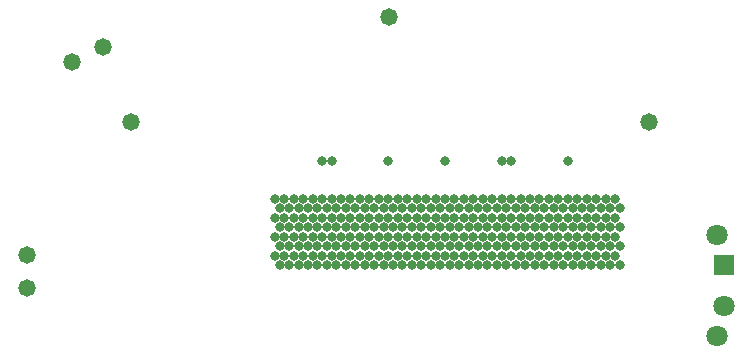
<source format=gbs>
G04*
G04 #@! TF.GenerationSoftware,Altium Limited,Altium Designer,19.1.7 (138)*
G04*
G04 Layer_Color=16711935*
%FSLAX25Y25*%
%MOIN*%
G70*
G01*
G75*
%ADD55R,0.07099X0.07099*%
%ADD56C,0.07099*%
%ADD57C,0.03162*%
%ADD58C,0.05800*%
D55*
X302500Y47244D02*
D03*
D56*
Y33465D02*
D03*
X300020Y57087D02*
D03*
Y23622D02*
D03*
D57*
X267717Y66142D02*
D03*
Y59843D02*
D03*
Y53543D02*
D03*
Y47244D02*
D03*
X266142Y69291D02*
D03*
X264567Y66142D02*
D03*
X266142Y62992D02*
D03*
X264567Y59843D02*
D03*
X266142Y56693D02*
D03*
X264567Y53543D02*
D03*
X266142Y50394D02*
D03*
X264567Y47244D02*
D03*
X262992Y69291D02*
D03*
X261418Y66142D02*
D03*
X262992Y62992D02*
D03*
X261418Y59843D02*
D03*
X262992Y56693D02*
D03*
X261418Y53543D02*
D03*
X262992Y50394D02*
D03*
X261418Y47244D02*
D03*
X259843Y69291D02*
D03*
X258268Y66142D02*
D03*
X259843Y62992D02*
D03*
X258268Y59843D02*
D03*
X259843Y56693D02*
D03*
X258268Y53543D02*
D03*
X259843Y50394D02*
D03*
X258268Y47244D02*
D03*
X256693Y69291D02*
D03*
X255118Y66142D02*
D03*
X256693Y62992D02*
D03*
X255118Y59843D02*
D03*
X256693Y56693D02*
D03*
X255118Y53543D02*
D03*
X256693Y50394D02*
D03*
X255118Y47244D02*
D03*
X253544Y69291D02*
D03*
X251969Y66142D02*
D03*
X253544Y62992D02*
D03*
X251969Y59843D02*
D03*
X253544Y56693D02*
D03*
X251969Y53543D02*
D03*
X253544Y50394D02*
D03*
X251969Y47244D02*
D03*
X250394Y81890D02*
D03*
Y69291D02*
D03*
X248819Y66142D02*
D03*
X250394Y62992D02*
D03*
X248819Y59843D02*
D03*
X250394Y56693D02*
D03*
X248819Y53543D02*
D03*
X250394Y50394D02*
D03*
X248819Y47244D02*
D03*
X247244Y69291D02*
D03*
X245670Y66142D02*
D03*
X247244Y62992D02*
D03*
X245670Y59843D02*
D03*
X247244Y56693D02*
D03*
X245670Y53543D02*
D03*
X247244Y50394D02*
D03*
X245670Y47244D02*
D03*
X244095Y69291D02*
D03*
X242520Y66142D02*
D03*
X244095Y62992D02*
D03*
X242520Y59843D02*
D03*
X244095Y56693D02*
D03*
X242520Y53543D02*
D03*
X244095Y50394D02*
D03*
X242520Y47244D02*
D03*
X240945Y69291D02*
D03*
X239370Y66142D02*
D03*
X240945Y62992D02*
D03*
X239370Y59843D02*
D03*
X240945Y56693D02*
D03*
X239370Y53543D02*
D03*
X240945Y50394D02*
D03*
X239370Y47244D02*
D03*
X237796Y69291D02*
D03*
X236221Y66142D02*
D03*
X237796Y62992D02*
D03*
X236221Y59843D02*
D03*
X237796Y56693D02*
D03*
X236221Y53543D02*
D03*
X237796Y50394D02*
D03*
X236221Y47244D02*
D03*
X234646Y69291D02*
D03*
X233071Y66142D02*
D03*
X234646Y62992D02*
D03*
X233071Y59843D02*
D03*
X234646Y56693D02*
D03*
X233071Y53543D02*
D03*
X234646Y50394D02*
D03*
X233071Y47244D02*
D03*
X231496Y81890D02*
D03*
Y69291D02*
D03*
X229922Y66142D02*
D03*
X231496Y62992D02*
D03*
X229922Y59843D02*
D03*
X231496Y56693D02*
D03*
X229922Y53543D02*
D03*
X231496Y50394D02*
D03*
X229922Y47244D02*
D03*
X228347Y81890D02*
D03*
Y69291D02*
D03*
X226772Y66142D02*
D03*
X228347Y62992D02*
D03*
X226772Y59843D02*
D03*
X228347Y56693D02*
D03*
X226772Y53543D02*
D03*
X228347Y50394D02*
D03*
X226772Y47244D02*
D03*
X225197Y69291D02*
D03*
X223622Y66142D02*
D03*
X225197Y62992D02*
D03*
X223622Y59843D02*
D03*
X225197Y56693D02*
D03*
X223622Y53543D02*
D03*
X225197Y50394D02*
D03*
X223622Y47244D02*
D03*
X222047Y69291D02*
D03*
X220473Y66142D02*
D03*
X222047Y62992D02*
D03*
X220473Y59843D02*
D03*
X222047Y56693D02*
D03*
X220473Y53543D02*
D03*
X222047Y50394D02*
D03*
X220473Y47244D02*
D03*
X218898Y69291D02*
D03*
X217323Y66142D02*
D03*
X218898Y62992D02*
D03*
X217323Y59843D02*
D03*
X218898Y56693D02*
D03*
X217323Y53543D02*
D03*
X218898Y50394D02*
D03*
X217323Y47244D02*
D03*
X215748Y69291D02*
D03*
X214174Y66142D02*
D03*
X215748Y62992D02*
D03*
X214174Y59843D02*
D03*
X215748Y56693D02*
D03*
X214174Y53543D02*
D03*
X215748Y50394D02*
D03*
X214174Y47244D02*
D03*
X212599Y69291D02*
D03*
X211024Y66142D02*
D03*
X212599Y62992D02*
D03*
X211024Y59843D02*
D03*
X212599Y56693D02*
D03*
X211024Y53543D02*
D03*
X212599Y50394D02*
D03*
X211024Y47244D02*
D03*
X209449Y81890D02*
D03*
Y69291D02*
D03*
X207874Y66142D02*
D03*
X209449Y62992D02*
D03*
X207874Y59843D02*
D03*
X209449Y56693D02*
D03*
X207874Y53543D02*
D03*
X209449Y50394D02*
D03*
X207874Y47244D02*
D03*
X206299Y69291D02*
D03*
X204725Y66142D02*
D03*
X206299Y62992D02*
D03*
X204725Y59843D02*
D03*
X206299Y56693D02*
D03*
X204725Y53543D02*
D03*
X206299Y50394D02*
D03*
X204725Y47244D02*
D03*
X203150Y69291D02*
D03*
X201575Y66142D02*
D03*
X203150Y62992D02*
D03*
X201575Y59843D02*
D03*
X203150Y56693D02*
D03*
X201575Y53543D02*
D03*
X203150Y50394D02*
D03*
X201575Y47244D02*
D03*
X200000Y69291D02*
D03*
X198425Y66142D02*
D03*
X200000Y62992D02*
D03*
X198425Y59843D02*
D03*
X200000Y56693D02*
D03*
X198425Y53543D02*
D03*
X200000Y50394D02*
D03*
X198425Y47244D02*
D03*
X196851Y69291D02*
D03*
X195276Y66142D02*
D03*
X196851Y62992D02*
D03*
X195276Y59843D02*
D03*
X196851Y56693D02*
D03*
X195276Y53543D02*
D03*
X196851Y50394D02*
D03*
X195276Y47244D02*
D03*
X193701Y69291D02*
D03*
X192126Y66142D02*
D03*
X193701Y62992D02*
D03*
X192126Y59843D02*
D03*
X193701Y56693D02*
D03*
X192126Y53543D02*
D03*
X193701Y50394D02*
D03*
X192126Y47244D02*
D03*
X190551Y81890D02*
D03*
Y69291D02*
D03*
X188977Y66142D02*
D03*
X190551Y62992D02*
D03*
X188977Y59843D02*
D03*
X190551Y56693D02*
D03*
X188977Y53543D02*
D03*
X190551Y50394D02*
D03*
X188977Y47244D02*
D03*
X187402Y69291D02*
D03*
X185827Y66142D02*
D03*
X187402Y62992D02*
D03*
X185827Y59843D02*
D03*
X187402Y56693D02*
D03*
X185827Y53543D02*
D03*
X187402Y50394D02*
D03*
X185827Y47244D02*
D03*
X184252Y69291D02*
D03*
X182677Y66142D02*
D03*
X184252Y62992D02*
D03*
X182677Y59843D02*
D03*
X184252Y56693D02*
D03*
X182677Y53543D02*
D03*
X184252Y50394D02*
D03*
X182677Y47244D02*
D03*
X181103Y69291D02*
D03*
X179528Y66142D02*
D03*
X181103Y62992D02*
D03*
X179528Y59843D02*
D03*
X181103Y56693D02*
D03*
X179528Y53543D02*
D03*
X181103Y50394D02*
D03*
X179528Y47244D02*
D03*
X177953Y69291D02*
D03*
X176378Y66142D02*
D03*
X177953Y62992D02*
D03*
X176378Y59843D02*
D03*
X177953Y56693D02*
D03*
X176378Y53543D02*
D03*
X177953Y50394D02*
D03*
X176378Y47244D02*
D03*
X174803Y69291D02*
D03*
X173229Y66142D02*
D03*
X174803Y62992D02*
D03*
X173229Y59843D02*
D03*
X174803Y56693D02*
D03*
X173229Y53543D02*
D03*
X174803Y50394D02*
D03*
X173229Y47244D02*
D03*
X171654Y81890D02*
D03*
Y69291D02*
D03*
X170079Y66142D02*
D03*
X171654Y62992D02*
D03*
X170079Y59843D02*
D03*
X171654Y56693D02*
D03*
X170079Y53543D02*
D03*
X171654Y50394D02*
D03*
X170079Y47244D02*
D03*
X168504Y81890D02*
D03*
Y69291D02*
D03*
X166929Y66142D02*
D03*
X168504Y62992D02*
D03*
X166929Y59843D02*
D03*
X168504Y56693D02*
D03*
X166929Y53543D02*
D03*
X168504Y50394D02*
D03*
X166929Y47244D02*
D03*
X165355Y69291D02*
D03*
X163780Y66142D02*
D03*
X165355Y62992D02*
D03*
X163780Y59843D02*
D03*
X165355Y56693D02*
D03*
X163780Y53543D02*
D03*
X165355Y50394D02*
D03*
X163780Y47244D02*
D03*
X162205Y69291D02*
D03*
X160630Y66142D02*
D03*
X162205Y62992D02*
D03*
X160630Y59843D02*
D03*
X162205Y56693D02*
D03*
X160630Y53543D02*
D03*
X162205Y50394D02*
D03*
X160630Y47244D02*
D03*
X159055Y69291D02*
D03*
X157481Y66142D02*
D03*
X159055Y62992D02*
D03*
X157481Y59843D02*
D03*
X159055Y56693D02*
D03*
X157481Y53543D02*
D03*
X159055Y50394D02*
D03*
X157481Y47244D02*
D03*
X155906Y69291D02*
D03*
X154331Y66142D02*
D03*
X155906Y62992D02*
D03*
X154331Y59843D02*
D03*
X155906Y56693D02*
D03*
X154331Y53543D02*
D03*
X155906Y50394D02*
D03*
X154331Y47244D02*
D03*
X152756Y69291D02*
D03*
Y62992D02*
D03*
Y56693D02*
D03*
Y50394D02*
D03*
D58*
X277500Y95000D02*
D03*
X190945Y130000D02*
D03*
X70000Y39618D02*
D03*
Y50721D02*
D03*
X85000Y115000D02*
D03*
X104828Y95000D02*
D03*
X95395Y120000D02*
D03*
M02*

</source>
